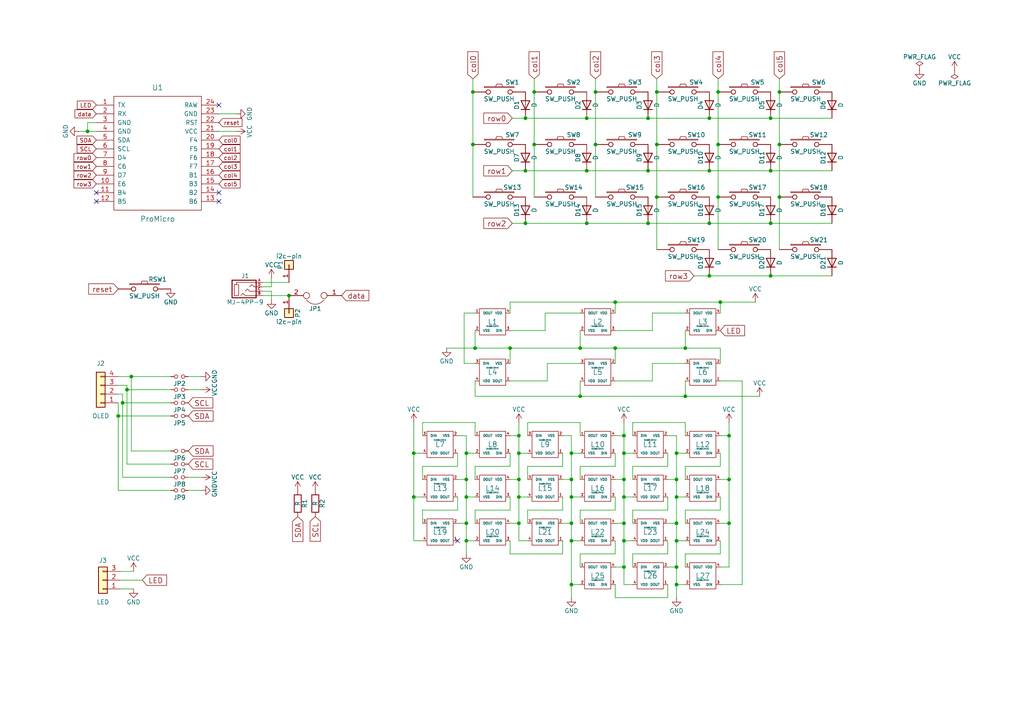
<source format=kicad_sch>
(kicad_sch (version 20211123) (generator eeschema)
  (paper "A4")
  (title_block (title "Corne Classic") (date "2018-08-24") (rev "2.0") (company "foostan"))
  (junction (at 223.52 49.53))
  (junction (at 226.06 41.91))
  (junction (at 165.735 144.145))
  (junction (at 137.795 100.965))
  (junction (at 196.215 131.445))
  (junction (at 35.56 116.84))
  (junction (at 190.5 41.91))
  (junction (at 208.28 26.67))
  (junction (at 196.215 164.465))
  (junction (at 170.18 49.53))
  (junction (at 205.74 34.29))
  (junction (at 154.94 41.91))
  (junction (at 154.94 26.67))
  (junction (at 36.83 113.03))
  (junction (at 205.74 80.01))
  (junction (at 165.735 156.845))
  (junction (at 223.52 64.77))
  (junction (at 25.4 38.1))
  (junction (at 147.955 100.965))
  (junction (at 226.06 57.15))
  (junction (at 211.455 126.365))
  (junction (at 190.5 26.67))
  (junction (at 208.28 41.91))
  (junction (at 34.29 120.65))
  (junction (at 196.215 169.545))
  (junction (at 187.96 64.77))
  (junction (at 150.495 131.445))
  (junction (at 223.52 34.29))
  (junction (at 165.735 151.765))
  (junction (at 180.975 144.145))
  (junction (at 135.255 131.445))
  (junction (at 196.215 139.065))
  (junction (at 150.495 139.065))
  (junction (at 83.82 85.725))
  (junction (at 135.255 139.065))
  (junction (at 150.495 151.765))
  (junction (at 187.96 34.29))
  (junction (at 178.435 100.965))
  (junction (at 120.015 144.145))
  (junction (at 152.4 34.29))
  (junction (at 120.015 131.445))
  (junction (at 150.495 126.365))
  (junction (at 152.4 49.53))
  (junction (at 211.455 151.765))
  (junction (at 180.975 131.445))
  (junction (at 180.975 156.845))
  (junction (at 208.915 87.63))
  (junction (at 208.28 57.15))
  (junction (at 180.975 126.365))
  (junction (at 170.18 34.29))
  (junction (at 198.755 100.965))
  (junction (at 187.96 49.53))
  (junction (at 152.4 64.77))
  (junction (at 137.16 41.91))
  (junction (at 196.215 151.765))
  (junction (at 165.735 139.065))
  (junction (at 137.16 26.67))
  (junction (at 168.275 114.935))
  (junction (at 196.215 156.845))
  (junction (at 165.735 131.445))
  (junction (at 180.975 151.765))
  (junction (at 172.72 26.67))
  (junction (at 165.735 169.545))
  (junction (at 178.435 87.63))
  (junction (at 196.215 144.145))
  (junction (at 135.255 151.765))
  (junction (at 211.455 139.065))
  (junction (at 205.74 49.53))
  (junction (at 190.5 57.15))
  (junction (at 135.255 156.845))
  (junction (at 223.52 80.01))
  (junction (at 168.275 100.965))
  (junction (at 172.72 41.91))
  (junction (at 198.755 114.935))
  (junction (at 170.18 64.77))
  (junction (at 180.975 139.065))
  (junction (at 38.1 109.22))
  (junction (at 205.74 64.77))
  (junction (at 180.975 164.465))
  (junction (at 135.255 144.145))
  (junction (at 150.495 144.145))
  (junction (at 226.06 26.67))
  (no_connect (at 27.94 55.88))
  (no_connect (at 27.94 58.42))
  (no_connect (at 63.5 30.48))
  (no_connect (at 132.715 156.845))
  (no_connect (at 63.5 58.42))
  (no_connect (at 63.5 55.88))
  (wire (pts (xy 36.83 113.03) (xy 36.83 134.62)))
  (wire (pts (xy 208.915 90.805) (xy 208.915 87.63)))
  (wire (pts (xy 208.915 147.955) (xy 208.915 144.145)))
  (wire (pts (xy 76.2 84.455) (xy 78.74 84.455)))
  (wire (pts (xy 137.795 114.935) (xy 168.275 114.935)))
  (wire (pts (xy 183.515 139.065) (xy 183.515 135.255)))
  (wire (pts (xy 178.435 147.955) (xy 178.435 144.145)))
  (wire (pts (xy 208.915 100.965) (xy 208.915 105.41)))
  (wire (pts (xy 198.755 156.845) (xy 196.215 156.845)))
  (wire (pts (xy 36.83 111.76) (xy 36.83 113.03)))
  (wire (pts (xy 198.755 100.965) (xy 208.915 100.965)))
  (wire (pts (xy 211.455 122.555) (xy 211.455 126.365)))
  (wire (pts (xy 168.275 139.065) (xy 168.275 135.255)))
  (wire (pts (xy 198.755 164.465) (xy 198.755 160.655)))
  (wire (pts (xy 150.495 151.765) (xy 150.495 156.845)))
  (wire (pts (xy 38.1 109.22) (xy 49.53 109.22)))
  (wire (pts (xy 38.1 109.22) (xy 38.1 130.81)))
  (wire (pts (xy 193.675 151.765) (xy 196.215 151.765)))
  (wire (pts (xy 132.715 147.955) (xy 132.715 144.145)))
  (wire (pts (xy 152.4 64.77) (xy 170.18 64.77)))
  (wire (pts (xy 187.96 64.77) (xy 205.74 64.77)))
  (wire (pts (xy 198.755 131.445) (xy 196.215 131.445)))
  (wire (pts (xy 36.83 134.62) (xy 49.53 134.62)))
  (wire (pts (xy 168.275 100.965) (xy 178.435 100.965)))
  (wire (pts (xy 198.755 90.805) (xy 189.23 90.805)))
  (wire (pts (xy 226.06 57.15) (xy 226.06 72.39)))
  (wire (pts (xy 168.275 164.465) (xy 168.275 160.655)))
  (wire (pts (xy 158.75 110.49) (xy 158.75 105.41)))
  (wire (pts (xy 147.955 110.49) (xy 158.75 110.49)))
  (wire (pts (xy 137.795 147.955) (xy 147.955 147.955)))
  (wire (pts (xy 196.215 139.065) (xy 196.215 144.145)))
  (wire (pts (xy 180.975 126.365) (xy 180.975 131.445)))
  (wire (pts (xy 180.975 151.765) (xy 180.975 156.845)))
  (wire (pts (xy 122.555 144.145) (xy 120.015 144.145)))
  (wire (pts (xy 168.275 95.885) (xy 168.275 100.965)))
  (wire (pts (xy 134.62 90.805) (xy 134.62 105.41)))
  (wire (pts (xy 147.955 139.065) (xy 150.495 139.065)))
  (wire (pts (xy 168.275 151.765) (xy 168.275 147.955)))
  (wire (pts (xy 196.215 151.765) (xy 196.215 156.845)))
  (wire (pts (xy 208.915 126.365) (xy 211.455 126.365)))
  (wire (pts (xy 178.435 173.355) (xy 178.435 169.545)))
  (wire (pts (xy 154.94 41.91) (xy 154.94 57.15)))
  (wire (pts (xy 196.215 131.445) (xy 196.215 139.065)))
  (wire (pts (xy 35.56 116.84) (xy 35.56 138.43)))
  (wire (pts (xy 34.29 120.65) (xy 34.29 142.24)))
  (wire (pts (xy 54.61 113.03) (xy 58.42 113.03)))
  (wire (pts (xy 168.275 147.955) (xy 178.435 147.955)))
  (wire (pts (xy 135.255 151.765) (xy 135.255 156.845)))
  (wire (pts (xy 211.455 151.765) (xy 211.455 164.465)))
  (wire (pts (xy 187.96 34.29) (xy 205.74 34.29)))
  (wire (pts (xy 198.755 122.555) (xy 183.515 122.555)))
  (wire (pts (xy 147.955 87.63) (xy 178.435 87.63)))
  (wire (pts (xy 38.1 130.81) (xy 49.53 130.81)))
  (wire (pts (xy 168.275 126.365) (xy 168.275 122.555)))
  (wire (pts (xy 153.035 144.145) (xy 150.495 144.145)))
  (wire (pts (xy 54.61 138.43) (xy 58.42 138.43)))
  (wire (pts (xy 137.795 100.965) (xy 147.955 100.965)))
  (wire (pts (xy 168.275 144.145) (xy 165.735 144.145)))
  (wire (pts (xy 120.015 122.555) (xy 120.015 131.445)))
  (wire (pts (xy 190.5 22.86) (xy 190.5 26.67)))
  (wire (pts (xy 178.435 87.63) (xy 208.915 87.63)))
  (wire (pts (xy 134.62 105.41) (xy 137.795 105.41)))
  (wire (pts (xy 150.495 122.555) (xy 150.495 126.365)))
  (wire (pts (xy 137.795 126.365) (xy 137.795 122.555)))
  (wire (pts (xy 172.72 22.86) (xy 172.72 26.67)))
  (wire (pts (xy 178.435 126.365) (xy 180.975 126.365)))
  (wire (pts (xy 147.955 126.365) (xy 150.495 126.365)))
  (wire (pts (xy 120.015 144.145) (xy 120.015 156.845)))
  (wire (pts (xy 135.255 144.145) (xy 135.255 151.765)))
  (wire (pts (xy 183.515 151.765) (xy 183.515 147.955)))
  (wire (pts (xy 198.755 95.885) (xy 198.755 100.965)))
  (wire (pts (xy 208.915 151.765) (xy 211.455 151.765)))
  (wire (pts (xy 196.215 126.365) (xy 196.215 131.445)))
  (wire (pts (xy 198.755 151.765) (xy 198.755 147.955)))
  (wire (pts (xy 168.275 110.49) (xy 168.275 114.935)))
  (wire (pts (xy 215.265 110.49) (xy 215.265 169.545)))
  (wire (pts (xy 190.5 41.91) (xy 190.5 57.15)))
  (wire (pts (xy 223.52 64.77) (xy 241.3 64.77)))
  (wire (pts (xy 223.52 80.01) (xy 241.3 80.01)))
  (wire (pts (xy 193.675 139.065) (xy 196.215 139.065)))
  (wire (pts (xy 170.18 64.77) (xy 187.96 64.77)))
  (wire (pts (xy 165.735 169.545) (xy 165.735 173.355)))
  (wire (pts (xy 150.495 126.365) (xy 150.495 131.445)))
  (wire (pts (xy 137.795 122.555) (xy 122.555 122.555)))
  (wire (pts (xy 168.275 90.805) (xy 158.115 90.805)))
  (wire (pts (xy 135.255 139.065) (xy 135.255 144.145)))
  (wire (pts (xy 49.53 120.65) (xy 34.29 120.65)))
  (wire (pts (xy 178.435 105.41) (xy 178.435 100.965)))
  (wire (pts (xy 122.555 135.255) (xy 132.715 135.255)))
  (wire (pts (xy 193.675 173.355) (xy 178.435 173.355)))
  (wire (pts (xy 190.5 26.67) (xy 190.5 41.91)))
  (wire (pts (xy 163.195 156.845) (xy 163.195 160.655)))
  (wire (pts (xy 137.795 139.065) (xy 137.795 135.255)))
  (wire (pts (xy 180.975 156.845) (xy 180.975 164.465)))
  (wire (pts (xy 76.2 81.915) (xy 83.82 81.915)))
  (wire (pts (xy 148.59 34.29) (xy 152.4 34.29)))
  (wire (pts (xy 34.29 111.76) (xy 36.83 111.76)))
  (wire (pts (xy 122.555 131.445) (xy 120.015 131.445)))
  (wire (pts (xy 147.955 90.805) (xy 147.955 87.63)))
  (wire (pts (xy 158.115 90.805) (xy 158.115 95.885)))
  (wire (pts (xy 196.215 164.465) (xy 196.215 169.545)))
  (wire (pts (xy 63.5 38.1) (xy 68.58 38.1)))
  (wire (pts (xy 49.53 113.03) (xy 36.83 113.03)))
  (wire (pts (xy 223.52 49.53) (xy 241.3 49.53)))
  (wire (pts (xy 154.94 26.67) (xy 154.94 41.91)))
  (wire (pts (xy 163.195 147.955) (xy 163.195 144.145)))
  (wire (pts (xy 34.29 142.24) (xy 49.53 142.24)))
  (wire (pts (xy 34.925 168.275) (xy 41.275 168.275)))
  (wire (pts (xy 34.29 116.84) (xy 34.29 120.65)))
  (wire (pts (xy 34.925 170.815) (xy 38.735 170.815)))
  (wire (pts (xy 198.755 160.655) (xy 208.915 160.655)))
  (wire (pts (xy 196.215 169.545) (xy 196.215 173.355)))
  (wire (pts (xy 172.72 26.67) (xy 172.72 41.91)))
  (wire (pts (xy 208.915 139.065) (xy 211.455 139.065)))
  (wire (pts (xy 137.795 135.255) (xy 147.955 135.255)))
  (wire (pts (xy 147.955 135.255) (xy 147.955 131.445)))
  (wire (pts (xy 165.735 144.145) (xy 165.735 151.765)))
  (wire (pts (xy 183.515 164.465) (xy 183.515 160.655)))
  (wire (pts (xy 193.675 160.655) (xy 193.675 156.845)))
  (wire (pts (xy 198.755 139.065) (xy 198.755 135.255)))
  (wire (pts (xy 129.54 100.965) (xy 137.795 100.965)))
  (wire (pts (xy 137.795 151.765) (xy 137.795 147.955)))
  (wire (pts (xy 208.915 87.63) (xy 219.075 87.63)))
  (wire (pts (xy 183.515 147.955) (xy 193.675 147.955)))
  (wire (pts (xy 208.28 57.15) (xy 208.28 72.39)))
  (wire (pts (xy 137.16 41.91) (xy 137.16 57.15)))
  (wire (pts (xy 27.94 35.56) (xy 25.4 35.56)))
  (wire (pts (xy 76.2 85.725) (xy 83.82 85.725)))
  (wire (pts (xy 63.5 33.02) (xy 68.58 33.02)))
  (wire (pts (xy 137.795 156.845) (xy 135.255 156.845)))
  (wire (pts (xy 180.975 156.845) (xy 183.515 156.845)))
  (wire (pts (xy 153.035 139.065) (xy 153.035 135.255)))
  (wire (pts (xy 150.495 156.845) (xy 153.035 156.845)))
  (wire (pts (xy 163.195 135.255) (xy 163.195 131.445)))
  (wire (pts (xy 193.675 147.955) (xy 193.675 144.145)))
  (wire (pts (xy 183.515 135.255) (xy 193.675 135.255)))
  (wire (pts (xy 35.56 138.43) (xy 49.53 138.43)))
  (wire (pts (xy 180.975 139.065) (xy 180.975 144.145)))
  (wire (pts (xy 189.23 90.805) (xy 189.23 95.885)))
  (wire (pts (xy 153.035 122.555) (xy 153.035 126.365)))
  (wire (pts (xy 193.675 135.255) (xy 193.675 131.445)))
  (wire (pts (xy 137.795 110.49) (xy 137.795 114.935)))
  (wire (pts (xy 147.955 105.41) (xy 147.955 100.965)))
  (wire (pts (xy 201.295 80.01) (xy 205.74 80.01)))
  (wire (pts (xy 187.96 49.53) (xy 205.74 49.53)))
  (wire (pts (xy 180.975 169.545) (xy 183.515 169.545)))
  (wire (pts (xy 178.435 164.465) (xy 180.975 164.465)))
  (wire (pts (xy 147.955 151.765) (xy 150.495 151.765)))
  (wire (pts (xy 198.755 114.935) (xy 220.345 114.935)))
  (wire (pts (xy 226.06 26.67) (xy 226.06 41.91)))
  (wire (pts (xy 49.53 116.84) (xy 35.56 116.84)))
  (wire (pts (xy 168.275 114.935) (xy 198.755 114.935)))
  (wire (pts (xy 78.74 84.455) (xy 78.74 86.995)))
  (wire (pts (xy 147.955 147.955) (xy 147.955 144.145)))
  (wire (pts (xy 165.735 156.845) (xy 165.735 169.545)))
  (wire (pts (xy 147.955 156.845) (xy 147.955 160.655)))
  (wire (pts (xy 180.975 131.445) (xy 180.975 139.065)))
  (wire (pts (xy 172.72 41.91) (xy 172.72 57.15)))
  (wire (pts (xy 165.735 139.065) (xy 165.735 144.145)))
  (wire (pts (xy 153.035 147.955) (xy 163.195 147.955)))
  (wire (pts (xy 158.115 95.885) (xy 147.955 95.885)))
  (wire (pts (xy 137.795 131.445) (xy 135.255 131.445)))
  (wire (pts (xy 132.715 139.065) (xy 135.255 139.065)))
  (wire (pts (xy 150.495 144.145) (xy 150.495 151.765)))
  (wire (pts (xy 163.195 126.365) (xy 165.735 126.365)))
  (wire (pts (xy 165.735 151.765) (xy 165.735 156.845)))
  (wire (pts (xy 226.06 41.91) (xy 226.06 57.15)))
  (wire (pts (xy 153.035 135.255) (xy 163.195 135.255)))
  (wire (pts (xy 153.035 131.445) (xy 150.495 131.445)))
  (wire (pts (xy 163.195 151.765) (xy 165.735 151.765)))
  (wire (pts (xy 190.5 57.15) (xy 190.5 72.39)))
  (wire (pts (xy 135.255 156.845) (xy 135.255 160.655)))
  (wire (pts (xy 122.555 122.555) (xy 122.555 126.365)))
  (wire (pts (xy 153.035 151.765) (xy 153.035 147.955)))
  (wire (pts (xy 147.955 100.965) (xy 168.275 100.965)))
  (wire (pts (xy 150.495 139.065) (xy 150.495 144.145)))
  (wire (pts (xy 137.16 22.86) (xy 137.16 26.67)))
  (wire (pts (xy 76.2 83.185) (xy 78.74 83.185)))
  (wire (pts (xy 165.735 131.445) (xy 165.735 139.065)))
  (wire (pts (xy 215.265 169.545) (xy 208.915 169.545)))
  (wire (pts (xy 148.59 49.53) (xy 152.4 49.53)))
  (wire (pts (xy 178.435 135.255) (xy 178.435 131.445)))
  (wire (pts (xy 22.86 38.1) (xy 25.4 38.1)))
  (wire (pts (xy 178.435 100.965) (xy 198.755 100.965)))
  (wire (pts (xy 208.915 110.49) (xy 215.265 110.49)))
  (wire (pts (xy 193.675 126.365) (xy 196.215 126.365)))
  (wire (pts (xy 189.23 105.41) (xy 198.755 105.41)))
  (wire (pts (xy 198.755 126.365) (xy 198.755 122.555)))
  (wire (pts (xy 180.975 164.465) (xy 180.975 169.545)))
  (wire (pts (xy 189.23 95.885) (xy 178.435 95.885)))
  (wire (pts (xy 150.495 131.445) (xy 150.495 139.065)))
  (wire (pts (xy 122.555 139.065) (xy 122.555 135.255)))
  (wire (pts (xy 158.75 105.41) (xy 168.275 105.41)))
  (wire (pts (xy 208.915 135.255) (xy 208.915 131.445)))
  (wire (pts (xy 180.975 122.555) (xy 180.975 126.365)))
  (wire (pts (xy 120.015 156.845) (xy 122.555 156.845)))
  (wire (pts (xy 137.795 144.145) (xy 135.255 144.145)))
  (wire (pts (xy 154.94 22.86) (xy 154.94 26.67)))
  (wire (pts (xy 183.515 122.555) (xy 183.515 126.365)))
  (wire (pts (xy 189.23 110.49) (xy 189.23 105.41)))
  (wire (pts (xy 135.255 126.365) (xy 135.255 131.445)))
  (wire (pts (xy 205.74 80.01) (xy 223.52 80.01)))
  (wire (pts (xy 54.61 109.22) (xy 58.42 109.22)))
  (wire (pts (xy 137.795 95.885) (xy 137.795 100.965)))
  (wire (pts (xy 168.275 131.445) (xy 165.735 131.445)))
  (wire (pts (xy 180.975 131.445) (xy 183.515 131.445)))
  (wire (pts (xy 165.735 126.365) (xy 165.735 131.445)))
  (wire (pts (xy 178.435 90.805) (xy 178.435 87.63)))
  (wire (pts (xy 183.515 160.655) (xy 193.675 160.655)))
  (wire (pts (xy 208.28 41.91) (xy 208.28 57.15)))
  (wire (pts (xy 78.74 83.185) (xy 78.74 80.645)))
  (wire (pts (xy 168.275 160.655) (xy 178.435 160.655)))
  (wire (pts (xy 132.715 126.365) (xy 135.255 126.365)))
  (wire (pts (xy 152.4 34.29) (xy 170.18 34.29)))
  (wire (pts (xy 135.255 131.445) (xy 135.255 139.065)))
  (wire (pts (xy 198.755 135.255) (xy 208.915 135.255)))
  (wire (pts (xy 226.06 22.86) (xy 226.06 26.67)))
  (wire (pts (xy 163.195 139.065) (xy 165.735 139.065)))
  (wire (pts (xy 180.975 144.145) (xy 180.975 151.765)))
  (wire (pts (xy 196.215 144.145) (xy 196.215 151.765)))
  (wire (pts (xy 34.29 114.3) (xy 35.56 114.3)))
  (wire (pts (xy 178.435 139.065) (xy 180.975 139.065)))
  (wire (pts (xy 25.4 35.56) (xy 25.4 38.1)))
  (wire (pts (xy 208.915 160.655) (xy 208.915 156.845)))
  (wire (pts (xy 152.4 49.53) (xy 170.18 49.53)))
  (wire (pts (xy 122.555 147.955) (xy 132.715 147.955)))
  (wire (pts (xy 25.4 38.1) (xy 27.94 38.1)))
  (wire (pts (xy 34.925 165.735) (xy 38.735 165.735)))
  (wire (pts (xy 196.215 156.845) (xy 196.215 164.465)))
  (wire (pts (xy 198.755 147.955) (xy 208.915 147.955)))
  (wire (pts (xy 54.61 142.24) (xy 58.42 142.24)))
  (wire (pts (xy 193.675 169.545) (xy 193.675 173.355)))
  (wire (pts (xy 211.455 139.065) (xy 211.455 151.765)))
  (wire (pts (xy 35.56 114.3) (xy 35.56 116.84)))
  (wire (pts (xy 205.74 34.29) (xy 223.52 34.29)))
  (wire (pts (xy 205.74 49.53) (xy 223.52 49.53)))
  (wire (pts (xy 163.195 160.655) (xy 147.955 160.655)))
  (wire (pts (xy 168.275 135.255) (xy 178.435 135.255)))
  (wire (pts (xy 205.74 64.77) (xy 223.52 64.77)))
  (wire (pts (xy 34.29 109.22) (xy 38.1 109.22)))
  (wire (pts (xy 148.59 64.77) (xy 152.4 64.77)))
  (wire (pts (xy 193.675 164.465) (xy 196.215 164.465)))
  (wire (pts (xy 132.715 135.255) (xy 132.715 131.445)))
  (wire (pts (xy 211.455 126.365) (xy 211.455 139.065)))
  (wire (pts (xy 180.975 144.145) (xy 183.515 144.145)))
  (wire (pts (xy 168.275 122.555) (xy 153.035 122.555)))
  (wire (pts (xy 137.795 90.805) (xy 134.62 90.805)))
  (wire (pts (xy 122.555 151.765) (xy 122.555 147.955)))
  (wire (pts (xy 208.28 26.67) (xy 208.28 41.91)))
  (wire (pts (xy 198.755 144.145) (xy 196.215 144.145)))
  (wire (pts (xy 120.015 131.445) (xy 120.015 144.145)))
  (wire (pts (xy 178.435 160.655) (xy 178.435 156.845)))
  (wire (pts (xy 170.18 49.53) (xy 187.96 49.53)))
  (wire (pts (xy 208.28 22.86) (xy 208.28 26.67)))
  (wire (pts (xy 168.275 169.545) (xy 165.735 169.545)))
  (wire (pts (xy 137.16 26.67) (xy 137.16 41.91)))
  (wire (pts (xy 198.755 110.49) (xy 198.755 114.935)))
  (wire (pts (xy 223.52 34.29) (xy 241.3 34.29)))
  (wire (pts (xy 132.715 151.765) (xy 135.255 151.765)))
  (wire (pts (xy 178.435 151.765) (xy 180.975 151.765)))
  (wire (pts (xy 170.18 34.29) (xy 187.96 34.29)))
  (wire (pts (xy 168.275 156.845) (xy 165.735 156.845)))
  (wire (pts (xy 211.455 164.465) (xy 208.915 164.465)))
  (wire (pts (xy 198.755 169.545) (xy 196.215 169.545)))
  (wire (pts (xy 178.435 110.49) (xy 189.23 110.49)))
  (global_label "LED" (shape input) (at 27.94 30.48 180) (effects (font (size 1.1938 1.1938))) (property "Intersheet References" "${INTERSHEET_REFS}" (effects hide)))
  (global_label "SCL" (shape input) (at 54.61 116.84 0) (effects (font (size 1.524 1.524))) (property "Intersheet References" "${INTERSHEET_REFS}" (effects hide)))
  (global_label "col1" (shape input) (at 63.5 43.18 0) (effects (font (size 1.1938 1.1938))) (property "Intersheet References" "${INTERSHEET_REFS}" (effects hide)))
  (global_label "SDA" (shape input) (at 54.61 130.81 0) (effects (font (size 1.524 1.524))) (property "Intersheet References" "${INTERSHEET_REFS}" (effects hide)))
  (global_label "SDA" (shape input) (at 86.36 149.86 270) (effects (font (size 1.524 1.524))) (property "Intersheet References" "${INTERSHEET_REFS}" (effects hide)))
  (global_label "col0" (shape input) (at 63.5 40.64 0) (effects (font (size 1.1938 1.1938))) (property "Intersheet References" "${INTERSHEET_REFS}" (effects hide)))
  (global_label "col3" (shape input) (at 63.5 48.26 0) (effects (font (size 1.1938 1.1938))) (property "Intersheet References" "${INTERSHEET_REFS}" (effects hide)))
  (global_label "reset" (shape input) (at 34.29 83.82 180) (effects (font (size 1.524 1.524))) (property "Intersheet References" "${INTERSHEET_REFS}" (effects hide)))
  (global_label "row0" (shape input) (at 148.59 34.29 180) (effects (font (size 1.524 1.524))) (property "Intersheet References" "${INTERSHEET_REFS}" (effects hide)))
  (global_label "col4" (shape input) (at 63.5 50.8 0) (effects (font (size 1.1938 1.1938))) (property "Intersheet References" "${INTERSHEET_REFS}" (effects hide)))
  (global_label "LED" (shape input) (at 41.275 168.275 0) (effects (font (size 1.524 1.524))) (property "Intersheet References" "${INTERSHEET_REFS}" (effects hide)))
  (global_label "SDA" (shape input) (at 27.94 40.64 180) (effects (font (size 1.1938 1.1938))) (property "Intersheet References" "${INTERSHEET_REFS}" (effects hide)))
  (global_label "col2" (shape input) (at 63.5 45.72 0) (effects (font (size 1.1938 1.1938))) (property "Intersheet References" "${INTERSHEET_REFS}" (effects hide)))
  (global_label "row3" (shape input) (at 201.295 80.01 180) (effects (font (size 1.524 1.524))) (property "Intersheet References" "${INTERSHEET_REFS}" (effects hide)))
  (global_label "data" (shape input) (at 27.94 33.02 180) (effects (font (size 1.1938 1.1938))) (property "Intersheet References" "${INTERSHEET_REFS}" (effects hide)))
  (global_label "col4" (shape input) (at 208.28 22.86 90) (effects (font (size 1.524 1.524))) (property "Intersheet References" "${INTERSHEET_REFS}" (effects hide)))
  (global_label "col2" (shape input) (at 172.72 22.86 90) (effects (font (size 1.524 1.524))) (property "Intersheet References" "${INTERSHEET_REFS}" (effects hide)))
  (global_label "col0" (shape input) (at 137.16 22.86 90) (effects (font (size 1.524 1.524))) (property "Intersheet References" "${INTERSHEET_REFS}" (effects hide)))
  (global_label "row2" (shape input) (at 148.59 64.77 180) (effects (font (size 1.524 1.524))) (property "Intersheet References" "${INTERSHEET_REFS}" (effects hide)))
  (global_label "row1" (shape input) (at 148.59 49.53 180) (effects (font (size 1.524 1.524))) (property "Intersheet References" "${INTERSHEET_REFS}" (effects hide)))
  (global_label "LED" (shape input) (at 208.915 95.885 0) (effects (font (size 1.524 1.524))) (property "Intersheet References" "${INTERSHEET_REFS}" (effects hide)))
  (global_label "col3" (shape input) (at 190.5 22.86 90) (effects (font (size 1.524 1.524))) (property "Intersheet References" "${INTERSHEET_REFS}" (effects hide)))
  (global_label "row2" (shape input) (at 27.94 50.8 180) (effects (font (size 1.1938 1.1938))) (property "Intersheet References" "${INTERSHEET_REFS}" (effects hide)))
  (global_label "row0" (shape input) (at 27.94 45.72 180) (effects (font (size 1.1938 1.1938))) (property "Intersheet References" "${INTERSHEET_REFS}" (effects hide)))
  (global_label "SCL" (shape input) (at 54.61 134.62 0) (effects (font (size 1.524 1.524))) (property "Intersheet References" "${INTERSHEET_REFS}" (effects hide)))
  (global_label "col5" (shape input) (at 226.06 22.86 90) (effects (font (size 1.524 1.524))) (property "Intersheet References" "${INTERSHEET_REFS}" (effects hide)))
  (global_label "SDA" (shape input) (at 54.61 120.65 0) (effects (font (size 1.524 1.524))) (property "Intersheet References" "${INTERSHEET_REFS}" (effects hide)))
  (global_label "SCL" (shape input) (at 91.44 149.86 270) (effects (font (size 1.524 1.524))) (property "Intersheet References" "${INTERSHEET_REFS}" (effects hide)))
  (global_label "col1" (shape input) (at 154.94 22.86 90) (effects (font (size 1.524 1.524))) (property "Intersheet References" "${INTERSHEET_REFS}" (effects hide)))
  (global_label "col5" (shape input) (at 63.5 53.34 0) (effects (font (size 1.1938 1.1938))) (property "Intersheet References" "${INTERSHEET_REFS}" (effects hide)))
  (global_label "row1" (shape input) (at 27.94 48.26 180) (effects (font (size 1.1938 1.1938))) (property "Intersheet References" "${INTERSHEET_REFS}" (effects hide)))
  (global_label "reset" (shape input) (at 63.5 35.56 0) (effects (font (size 1.1938 1.1938))) (property "Intersheet References" "${INTERSHEET_REFS}" (effects hide)))
  (global_label "row3" (shape input) (at 27.94 53.34 180) (effects (font (size 1.1938 1.1938))) (property "Intersheet References" "${INTERSHEET_REFS}" (effects hide)))
  (global_label "data" (shape input) (at 99.06 85.725 0) (effects (font (size 1.524 1.524))) (property "Intersheet References" "${INTERSHEET_REFS}" (effects hide)))
  (global_label "SCL" (shape input) (at 27.94 43.18 180) (effects (font (size 1.1938 1.1938))) (property "Intersheet References" "${INTERSHEET_REFS}" (effects hide)))
  (symbol (lib_id "corne-classic-rescue:ProMicro-kbd") (at 45.72 49.53 0) (unit 1)
    (property "Reference" "U1" (at 45.72 25.4 0) (effects (font (size 1.524 1.524))))
    (property "Value" "ProMicro" (at 45.72 63.5 0) (effects (font (size 1.524 1.524))))
    (property "Footprint" "kbd:ProMicro_v2" (effects hide))
  )
  (symbol (lib_id "corne-classic-rescue:SW_PUSH-kbd") (at 162.56 26.67 0) (unit 1)
    (property "Reference" "SW2" (at 166.37 23.876 0))
    (property "Value" "SW_PUSH" (at 162.56 28.702 0))
    (property "Footprint" "kbd:MX_ALPS_PG1350_noLed" (effects hide))
  )
  (symbol (lib_id "Device:D") (at 170.18 30.48 90) (unit 1)
    (property "Reference" "D2" (at 167.64 30.48 0))
    (property "Value" "D" (at 172.72 30.48 0))
    (property "Footprint" "kbd:D3_TH_SMD" (effects hide))
  )
  (symbol (lib_id "corne-classic-rescue:SW_PUSH-kbd") (at 180.34 26.67 0) (unit 1)
    (property "Reference" "SW3" (at 184.15 23.876 0))
    (property "Value" "SW_PUSH" (at 180.34 28.702 0))
    (property "Footprint" "kbd:MX_ALPS_PG1350_noLed" (effects hide))
  )
  (symbol (lib_id "Device:D") (at 187.96 30.48 90) (unit 1)
    (property "Reference" "D3" (at 185.42 30.48 0))
    (property "Value" "D" (at 190.5 30.48 0))
    (property "Footprint" "kbd:D3_TH_SMD" (effects hide))
  )
  (symbol (lib_id "corne-classic-rescue:SW_PUSH-kbd") (at 198.12 26.67 0) (unit 1)
    (property "Reference" "SW4" (at 201.93 23.876 0))
    (property "Value" "SW_PUSH" (at 198.12 28.702 0))
    (property "Footprint" "kbd:MX_ALPS_PG1350_noLed" (effects hide))
  )
  (symbol (lib_id "corne-classic-rescue:SW_PUSH-kbd") (at 215.9 26.67 0) (unit 1)
    (property "Reference" "SW5" (at 219.71 23.876 0))
    (property "Value" "SW_PUSH" (at 215.9 28.702 0))
    (property "Footprint" "kbd:MX_ALPS_PG1350_noLed" (effects hide))
  )
  (symbol (lib_id "corne-classic-rescue:SW_PUSH-kbd") (at 233.68 26.67 0) (unit 1)
    (property "Reference" "SW6" (at 237.49 23.876 0))
    (property "Value" "SW_PUSH" (at 233.68 28.702 0))
    (property "Footprint" "kbd:MX_ALPS_PG1350_noLed" (effects hide))
  )
  (symbol (lib_id "Device:D") (at 205.74 30.48 90) (unit 1)
    (property "Reference" "D4" (at 203.2 30.48 0))
    (property "Value" "D" (at 208.28 30.48 0))
    (property "Footprint" "kbd:D3_TH_SMD" (effects hide))
  )
  (symbol (lib_id "Device:D") (at 223.52 30.48 90) (unit 1)
    (property "Reference" "D5" (at 220.98 30.48 0))
    (property "Value" "D" (at 226.06 30.48 0))
    (property "Footprint" "kbd:D3_TH_SMD" (effects hide))
  )
  (symbol (lib_id "Device:D") (at 241.3 30.48 90) (unit 1)
    (property "Reference" "D6" (at 238.76 30.48 0))
    (property "Value" "D" (at 243.84 30.48 0))
    (property "Footprint" "kbd:D3_TH_SMD" (effects hide))
  )
  (symbol (lib_id "corne-classic-rescue:SW_PUSH-kbd") (at 144.78 26.67 0) (unit 1)
    (property "Reference" "SW1" (at 148.59 23.876 0))
    (property "Value" "SW_PUSH" (at 144.78 28.702 0))
    (property "Footprint" "kbd:MX_ALPS_PG1350_noLed" (effects hide))
  )
  (symbol (lib_id "Device:D") (at 152.4 30.48 90) (unit 1)
    (property "Reference" "D1" (at 149.86 30.48 0))
    (property "Value" "D" (at 154.94 30.48 0))
    (property "Footprint" "kbd:D3_TH_SMD" (effects hide))
  )
  (symbol (lib_id "corne-classic-rescue:SW_PUSH-kbd") (at 162.56 41.91 0) (unit 1)
    (property "Reference" "SW8" (at 166.37 39.116 0))
    (property "Value" "SW_PUSH" (at 162.56 43.942 0))
    (property "Footprint" "kbd:MX_ALPS_PG1350_noLed" (effects hide))
  )
  (symbol (lib_id "Device:D") (at 170.18 45.72 90) (unit 1)
    (property "Reference" "D8" (at 167.64 45.72 0))
    (property "Value" "D" (at 172.72 45.72 0))
    (property "Footprint" "kbd:D3_TH_SMD" (effects hide))
  )
  (symbol (lib_id "corne-classic-rescue:SW_PUSH-kbd") (at 180.34 41.91 0) (unit 1)
    (property "Reference" "SW9" (at 184.15 39.116 0))
    (property "Value" "SW_PUSH" (at 180.34 43.942 0))
    (property "Footprint" "kbd:MX_ALPS_PG1350_noLed" (effects hide))
  )
  (symbol (lib_id "Device:D") (at 187.96 45.72 90) (unit 1)
    (property "Reference" "D9" (at 185.42 45.72 0))
    (property "Value" "D" (at 190.5 45.72 0))
    (property "Footprint" "kbd:D3_TH_SMD" (effects hide))
  )
  (symbol (lib_id "corne-classic-rescue:SW_PUSH-kbd") (at 198.12 41.91 0) (unit 1)
    (property "Reference" "SW10" (at 201.93 39.116 0))
    (property "Value" "SW_PUSH" (at 198.12 43.942 0))
    (property "Footprint" "kbd:MX_ALPS_PG1350_noLed" (effects hide))
  )
  (symbol (lib_id "corne-classic-rescue:SW_PUSH-kbd") (at 215.9 41.91 0) (unit 1)
    (property "Reference" "SW11" (at 219.71 39.116 0))
    (property "Value" "SW_PUSH" (at 215.9 43.942 0))
    (property "Footprint" "kbd:MX_ALPS_PG1350_noLed" (effects hide))
  )
  (symbol (lib_id "corne-classic-rescue:SW_PUSH-kbd") (at 233.68 41.91 0) (unit 1)
    (property "Reference" "SW12" (at 237.49 39.116 0))
    (property "Value" "SW_PUSH" (at 233.68 43.942 0))
    (property "Footprint" "kbd:MX_ALPS_PG1350_noLed" (effects hide))
  )
  (symbol (lib_id "Device:D") (at 205.74 45.72 90) (unit 1)
    (property "Reference" "D10" (at 203.2 45.72 0))
    (property "Value" "D" (at 208.28 45.72 0))
    (property "Footprint" "kbd:D3_TH_SMD" (effects hide))
  )
  (symbol (lib_id "Device:D") (at 223.52 45.72 90) (unit 1)
    (property "Reference" "D11" (at 220.98 45.72 0))
    (property "Value" "D" (at 226.06 45.72 0))
    (property "Footprint" "kbd:D3_TH_SMD" (effects hide))
  )
  (symbol (lib_id "Device:D") (at 241.3 45.72 90) (unit 1)
    (property "Reference" "D12" (at 238.76 45.72 0))
    (property "Value" "D" (at 243.84 45.72 0))
    (property "Footprint" "kbd:D3_TH_SMD" (effects hide))
  )
  (symbol (lib_id "corne-classic-rescue:SW_PUSH-kbd") (at 144.78 41.91 0) (unit 1)
    (property "Reference" "SW7" (at 148.59 39.116 0))
    (property "Value" "SW_PUSH" (at 144.78 43.942 0))
    (property "Footprint" "kbd:MX_ALPS_PG1350_noLed" (effects hide))
  )
  (symbol (lib_id "Device:D") (at 152.4 45.72 90) (unit 1)
    (property "Reference" "D7" (at 149.86 45.72 0))
    (property "Value" "D" (at 154.94 45.72 0))
    (property "Footprint" "kbd:D3_TH_SMD" (effects hide))
  )
  (symbol (lib_id "corne-classic-rescue:SW_PUSH-kbd") (at 162.56 57.15 0) (unit 1)
    (property "Reference" "SW14" (at 166.37 54.356 0))
    (property "Value" "SW_PUSH" (at 162.56 59.182 0))
    (property "Footprint" "kbd:MX_ALPS_PG1350_noLed" (effects hide))
  )
  (symbol (lib_id "Device:D") (at 170.18 60.96 90) (unit 1)
    (property "Reference" "D14" (at 167.64 60.96 0))
    (property "Value" "D" (at 172.72 60.96 0))
    (property "Footprint" "kbd:D3_TH_SMD" (effects hide))
  )
  (symbol (lib_id "corne-classic-rescue:SW_PUSH-kbd") (at 180.34 57.15 0) (unit 1)
    (property "Reference" "SW15" (at 184.15 54.356 0))
    (property "Value" "SW_PUSH" (at 180.34 59.182 0))
    (property "Footprint" "kbd:MX_ALPS_PG1350_noLed" (effects hide))
  )
  (symbol (lib_id "Device:D") (at 187.96 60.96 90) (unit 1)
    (property "Reference" "D15" (at 185.42 60.96 0))
    (property "Value" "D" (at 190.5 60.96 0))
    (property "Footprint" "kbd:D3_TH_SMD" (effects hide))
  )
  (symbol (lib_id "corne-classic-rescue:SW_PUSH-kbd") (at 198.12 57.15 0) (unit 1)
    (property "Reference" "SW16" (at 201.93 54.356 0))
    (property "Value" "SW_PUSH" (at 198.12 59.182 0))
    (property "Footprint" "kbd:MX_ALPS_PG1350_noLed" (effects hide))
  )
  (symbol (lib_id "corne-classic-rescue:SW_PUSH-kbd") (at 215.9 57.15 0) (unit 1)
    (property "Reference" "SW17" (at 219.71 54.356 0))
    (property "Value" "SW_PUSH" (at 215.9 59.182 0))
    (property "Footprint" "kbd:MX_ALPS_PG1350_noLed" (effects hide))
  )
  (symbol (lib_id "corne-classic-rescue:SW_PUSH-kbd") (at 233.68 57.15 0) (unit 1)
    (property "Reference" "SW18" (at 237.49 54.356 0))
    (property "Value" "SW_PUSH" (at 233.68 59.182 0))
    (property "Footprint" "kbd:MX_ALPS_PG1350_noLed" (effects hide))
  )
  (symbol (lib_id "Device:D") (at 205.74 60.96 90) (unit 1)
    (property "Reference" "D16" (at 203.2 60.96 0))
    (property "Value" "D" (at 208.28 60.96 0))
    (property "Footprint" "kbd:D3_TH_SMD" (effects hide))
  )
  (symbol (lib_id "Device:D") (at 223.52 60.96 90) (unit 1)
    (property "Reference" "D17" (at 220.98 60.96 0))
    (property "Value" "D" (at 226.06 60.96 0))
    (property "Footprint" "kbd:D3_TH_SMD" (effects hide))
  )
  (symbol (lib_id "Device:D") (at 241.3 60.96 90) (unit 1)
    (property "Reference" "D18" (at 238.76 60.96 0))
    (property "Value" "D" (at 243.84 60.96 0))
    (property "Footprint" "kbd:D3_TH_SMD" (effects hide))
  )
  (symbol (lib_id "corne-classic-rescue:SW_PUSH-kbd") (at 144.78 57.15 0) (unit 1)
    (property "Reference" "SW13" (at 148.59 54.356 0))
    (property "Value" "SW_PUSH" (at 144.78 59.182 0))
    (property "Footprint" "kbd:MX_ALPS_PG1350_noLed" (effects hide))
  )
  (symbol (lib_id "Device:D") (at 152.4 60.96 90) (unit 1)
    (property "Reference" "D13" (at 149.86 60.96 0))
    (property "Value" "D" (at 154.94 60.96 0))
    (property "Footprint" "kbd:D3_TH_SMD" (effects hide))
  )
  (symbol (lib_id "corne-classic-rescue:SW_PUSH-kbd") (at 215.9 72.39 0) (unit 1)
    (property "Reference" "SW20" (at 219.71 69.596 0))
    (property "Value" "SW_PUSH" (at 215.9 74.422 0))
    (property "Footprint" "kbd:MX_ALPS_PG1350_noLed" (effects hide))
  )
  (symbol (lib_id "Device:D") (at 223.52 76.2 90) (unit 1)
    (property "Reference" "D20" (at 220.98 76.2 0))
    (property "Value" "D" (at 226.06 76.2 0))
    (property "Footprint" "kbd:D3_TH_SMD" (effects hide))
  )
  (symbol (lib_id "corne-classic-rescue:SW_PUSH-kbd") (at 233.68 72.39 0) (unit 1)
    (property "Reference" "SW21" (at 237.49 69.596 0))
    (property "Value" "SW_PUSH" (at 233.68 74.422 0))
    (property "Footprint" "kbd:MX_ALPS_PG1350_noLed_1.75u" (effects hide))
  )
  (symbol (lib_id "Device:D") (at 241.3 76.2 90) (unit 1)
    (property "Reference" "D21" (at 238.76 76.2 0))
    (property "Value" "D" (at 243.84 76.2 0))
    (property "Footprint" "kbd:D3_TH_SMD" (effects hide))
  )
  (symbol (lib_id "corne-classic-rescue:SW_PUSH-kbd") (at 198.12 72.39 0) (unit 1)
    (property "Reference" "SW19" (at 201.93 69.596 0))
    (property "Value" "SW_PUSH" (at 198.12 74.422 0))
    (property "Footprint" "kbd:MX_ALPS_PG1350_noLed" (effects hide))
  )
  (symbol (lib_id "Device:D") (at 205.74 76.2 90) (unit 1)
    (property "Reference" "D19" (at 203.2 76.2 0))
    (property "Value" "D" (at 208.28 76.2 0))
    (property "Footprint" "kbd:D3_TH_SMD" (effects hide))
  )
  (symbol (lib_id "power:GND") (at 68.58 33.02 90) (unit 1)
    (property "Reference" "#PWR03" (effects hide))
    (property "Value" "GND" (at 72.39 33.02 0))
  )
  (symbol (lib_id "power:VCC") (at 68.58 38.1 270) (unit 1)
    (property "Reference" "#PWR05" (effects hide))
    (property "Value" "VCC" (at 72.39 38.1 0))
  )
  (symbol (lib_id "power:GND") (at 22.86 38.1 270) (unit 1)
    (property "Reference" "#PWR04" (effects hide))
    (property "Value" "GND" (at 19.05 38.1 0))
  )
  (symbol (lib_id "power:GND") (at 266.7 20.32 0) (unit 1)
    (property "Reference" "#PWR01" (effects hide))
    (property "Value" "GND" (at 266.7 24.13 0))
  )
  (symbol (lib_id "power:VCC") (at 276.86 20.32 0) (unit 1)
    (property "Reference" "#PWR02" (effects hide))
    (property "Value" "VCC" (at 276.86 16.51 0))
  )
  (symbol (lib_id "power:PWR_FLAG") (at 276.86 20.32 180) (unit 1)
    (property "Reference" "#FLG02" (effects hide))
    (property "Value" "PWR_FLAG" (at 276.86 24.13 0))
  )
  (symbol (lib_id "power:PWR_FLAG") (at 266.7 20.32 0) (unit 1)
    (property "Reference" "#FLG01" (effects hide))
    (property "Value" "PWR_FLAG" (at 266.7 16.51 0))
  )
  (symbol (lib_id "corne-classic-rescue:SW_PUSH-kbd") (at 41.91 83.82 0) (unit 1)
    (property "Reference" "RSW1" (at 45.72 81.026 0))
    (property "Value" "SW_PUSH" (at 41.91 85.852 0))
    (property "Footprint" "kbd:ResetSW" (effects hide))
  )
  (symbol (lib_id "power:GND") (at 49.53 83.82 0) (unit 1)
    (property "Reference" "#PWR07" (effects hide))
    (property "Value" "GND" (at 49.53 87.63 0))
  )
  (symbol (lib_id "corne-classic-rescue:Jumper-Device") (at 91.44 85.725 180) (unit 1)
    (property "Reference" "JP1" (at 91.44 89.535 0))
    (property "Value" " " (at 91.44 83.693 0))
    (property "Footprint" "kbd:JP" (effects hide))
  )
  (symbol (lib_id "power:VCC") (at 78.74 80.645 0) (unit 1)
    (property "Reference" "#PWR06" (effects hide))
    (property "Value" "VCC" (at 78.74 76.835 0))
  )
  (symbol (lib_id "power:GND") (at 78.74 86.995 0) (unit 1)
    (property "Reference" "#PWR08" (effects hide))
    (property "Value" "GND" (at 78.74 90.805 0))
  )
  (symbol (lib_id "corne-classic-rescue:SK6812MINI-kbd") (at 142.875 128.905 0) (unit 1)
    (property "Reference" "L8" (at 142.875 128.905 0) (effects (font (size 1.4986 1.4986))))
    (property "Value" "SK6812MINI" (at 142.875 130.175 0) (effects (font (size 0.4064 0.4064))))
    (property "Footprint" "kbd:SK6812MINI_rev" (effects hide))
  )
  (symbol (lib_id "corne-classic-rescue:SK6812MINI-kbd") (at 158.115 128.905 180) (unit 1)
    (property "Reference" "L9" (at 158.115 128.905 0) (effects (font (size 1.4986 1.4986))))
    (property "Value" "SK6812MINI" (at 158.115 127.635 0) (effects (font (size 0.4064 0.4064))))
    (property "Footprint" "kbd:SK6812MINI_rev" (effects hide))
  )
  (symbol (lib_id "corne-classic-rescue:SK6812MINI-kbd") (at 173.355 128.905 0) (unit 1)
    (property "Reference" "L10" (at 173.355 128.905 0) (effects (font (size 1.4986 1.4986))))
    (property "Value" "SK6812MINI" (at 173.355 130.175 0) (effects (font (size 0.4064 0.4064))))
    (property "Footprint" "kbd:SK6812MINI_rev" (effects hide))
  )
  (symbol (lib_id "corne-classic-rescue:SK6812MINI-kbd") (at 188.595 128.905 180) (unit 1)
    (property "Reference" "L11" (at 188.595 128.905 0) (effects (font (size 1.4986 1.4986))))
    (property "Value" "SK6812MINI" (at 188.595 127.635 0) (effects (font (size 0.4064 0.4064))))
    (property "Footprint" "kbd:SK6812MINI_rev" (effects hide))
  )
  (symbol (lib_id "corne-classic-rescue:SK6812MINI-kbd") (at 203.835 128.905 0) (unit 1)
    (property "Reference" "L12" (at 203.835 128.905 0) (effects (font (size 1.4986 1.4986))))
    (property "Value" "SK6812MINI" (at 203.835 130.175 0) (effects (font (size 0.4064 0.4064))))
    (property "Footprint" "kbd:SK6812MINI_rev" (effects hide))
  )
  (symbol (lib_id "corne-classic-rescue:SK6812MINI-kbd") (at 127.635 128.905 180) (unit 1)
    (property "Reference" "L7" (at 127.635 128.905 0) (effects (font (size 1.4986 1.4986))))
    (property "Value" "SK6812MINI" (at 127.635 127.635 0) (effects (font (size 0.4064 0.4064))))
    (property "Footprint" "kbd:SK6812MINI_rev" (effects hide))
  )
  (symbol (lib_id "corne-classic-rescue:SK6812MINI-kbd") (at 142.875 141.605 0) (unit 1)
    (property "Reference" "L14" (at 142.875 141.605 0) (effects (font (size 1.4986 1.4986))))
    (property "Value" "SK6812MINI" (at 142.875 142.875 0) (effects (font (size 0.4064 0.4064))))
    (property "Footprint" "kbd:SK6812MINI_rev" (effects hide))
  )
  (symbol (lib_id "corne-classic-rescue:SK6812MINI-kbd") (at 158.115 141.605 180) (unit 1)
    (property "Reference" "L15" (at 158.115 141.605 0) (effects (font (size 1.4986 1.4986))))
    (property "Value" "SK6812MINI" (at 158.115 140.335 0) (effects (font (size 0.4064 0.4064))))
    (property "Footprint" "kbd:SK6812MINI_rev" (effects hide))
  )
  (symbol (lib_id "corne-classic-rescue:SK6812MINI-kbd") (at 173.355 141.605 0) (unit 1)
    (property "Reference" "L16" (at 173.355 141.605 0) (effects (font (size 1.4986 1.4986))))
    (property "Value" "SK6812MINI" (at 173.355 142.875 0) (effects (font (size 0.4064 0.4064))))
    (property "Footprint" "kbd:SK6812MINI_rev" (effects hide))
  )
  (symbol (lib_id "corne-classic-rescue:SK6812MINI-kbd") (at 188.595 141.605 180) (unit 1)
    (property "Reference" "L17" (at 188.595 141.605 0) (effects (font (size 1.4986 1.4986))))
    (property "Value" "SK6812MINI" (at 188.595 140.335 0) (effects (font (size 0.4064 0.4064))))
    (property "Footprint" "kbd:SK6812MINI_rev" (effects hide))
  )
  (symbol (lib_id "corne-classic-rescue:SK6812MINI-kbd") (at 203.835 141.605 0) (unit 1)
    (property "Reference" "L18" (at 203.835 141.605 0) (effects (font (size 1.4986 1.4986))))
    (property "Value" "SK6812MINI" (at 203.835 142.875 0) (effects (font (size 0.4064 0.4064))))
    (property "Footprint" "kbd:SK6812MINI_rev" (effects hide))
  )
  (symbol (lib_id "corne-classic-rescue:SK6812MINI-kbd") (at 127.635 141.605 180) (unit 1)
    (property "Reference" "L13" (at 127.635 141.605 0) (effects (font (size 1.4986 1.4986))))
    (property "Value" "SK6812MINI" (at 127.635 140.335 0) (effects (font (size 0.4064 0.4064))))
    (property "Footprint" "kbd:SK6812MINI_rev" (effects hide))
  )
  (symbol (lib_id "corne-classic-rescue:SK6812MINI-kbd") (at 142.875 154.305 0) (unit 1)
    (property "Reference" "L20" (at 142.875 154.305 0) (effects (font (size 1.4986 1.4986))))
    (property "Value" "SK6812MINI" (at 142.875 155.575 0) (effects (font (size 0.4064 0.4064))))
    (property "Footprint" "kbd:SK6812MINI_rev" (effects hide))
  )
  (symbol (lib_id "corne-classic-rescue:SK6812MINI-kbd") (at 158.115 154.305 180) (unit 1)
    (property "Reference" "L21" (at 158.115 154.305 0) (effects (font (size 1.4986 1.4986))))
    (property "Value" "SK6812MINI" (at 158.115 153.035 0) (effects (font (size 0.4064 0.4064))))
    (property "Footprint" "kbd:SK6812MINI_rev" (effects hide))
  )
  (symbol (lib_id "corne-classic-rescue:SK6812MINI-kbd") (at 173.355 154.305 0) (unit 1)
    (property "Reference" "L22" (at 173.355 154.305 0) (effects (font (size 1.4986 1.4986))))
    (property "Value" "SK6812MINI" (at 173.355 155.575 0) (effects (font (size 0.4064 0.4064))))
    (property "Footprint" "kbd:SK6812MINI_rev" (effects hide))
  )
  (symbol (lib_id "corne-classic-rescue:SK6812MINI-kbd") (at 188.595 154.305 180) (unit 1)
    (property "Reference" "L23" (at 188.595 154.305 0) (effects (font (size 1.4986 1.4986))))
    (property "Value" "SK6812MINI" (at 188.595 153.035 0) (effects (font (size 0.4064 0.4064))))
    (property "Footprint" "kbd:SK6812MINI_rev" (effects hide))
  )
  (symbol (lib_id "corne-classic-rescue:SK6812MINI-kbd") (at 203.835 154.305 0) (unit 1)
    (property "Reference" "L24" (at 203.835 154.305 0) (effects (font (size 1.4986 1.4986))))
    (property "Value" "SK6812MINI" (at 203.835 155.575 0) (effects (font (size 0.4064 0.4064))))
    (property "Footprint" "kbd:SK6812MINI_rev" (effects hide))
  )
  (symbol (lib_id "corne-classic-rescue:SK6812MINI-kbd") (at 127.635 154.305 180) (unit 1)
    (property "Reference" "L19" (at 127.635 154.305 0) (effects (font (size 1.4986 1.4986))))
    (property "Value" "SK6812MINI" (at 127.635 153.035 0) (effects (font (size 0.4064 0.4064))))
    (property "Footprint" "kbd:SK6812MINI_rev" (effects hide))
  )
  (symbol (lib_id "corne-classic-rescue:SK6812MINI-kbd") (at 188.595 167.005 180) (unit 1)
    (property "Reference" "L26" (at 188.595 167.005 0) (effects (font (size 1.4986 1.4986))))
    (property "Value" "SK6812MINI" (at 188.595 165.735 0) (effects (font (size 0.4064 0.4064))))
    (property "Footprint" "kbd:SK6812MINI_rev" (effects hide))
  )
  (symbol (lib_id "corne-classic-rescue:SK6812MINI-kbd") (at 203.835 167.005 0) (unit 1)
    (property "Reference" "L27" (at 203.835 167.005 0) (effects (font (size 1.4986 1.4986))))
    (property "Value" "SK6812MINI" (at 203.835 168.275 0) (effects (font (size 0.4064 0.4064))))
    (property "Footprint" "kbd:SK6812MINI_rev" (effects hide))
  )
  (symbol (lib_id "corne-classic-rescue:SK6812MINI-kbd") (at 173.355 167.005 0) (unit 1)
    (property "Reference" "L25" (at 173.355 167.005 0) (effects (font (size 1.4986 1.4986))))
    (property "Value" "SK6812MINI" (at 173.355 168.275 0) (effects (font (size 0.4064 0.4064))))
    (property "Footprint" "kbd:SK6812MINI_rev" (effects hide))
  )
  (symbol (lib_id "Connector_Generic:Conn_01x04") (at 29.21 114.3 180) (unit 1)
    (property "Reference" "J2" (at 29.21 105.41 0))
    (property "Value" "OLED" (at 29.21 120.65 0))
    (property "Footprint" "kbd:OLED" (effects hide))
  )
  (symbol (lib_id "corne-classic-rescue:Jumper_NO_Small-Device") (at 52.07 109.22 180) (unit 1)
    (property "Reference" "JP2" (at 52.07 111.252 0))
    (property "Value" " " (at 51.816 107.696 0))
    (property "Footprint" "kbd:Jumper" (effects hide))
  )
  (symbol (lib_id "corne-classic-rescue:Jumper_NO_Small-Device") (at 52.07 113.03 180) (unit 1)
    (property "Reference" "JP3" (at 52.07 115.062 0))
    (property "Value" " " (at 51.816 111.506 0))
    (property "Footprint" "kbd:Jumper" (effects hide))
  )
  (symbol (lib_id "corne-classic-rescue:Jumper_NO_Small-Device") (at 52.07 116.84 180) (unit 1)
    (property "Reference" "JP4" (at 52.07 118.872 0))
    (property "Value" " " (at 51.816 115.316 0))
    (property "Footprint" "kbd:Jumper" (effects hide))
  )
  (symbol (lib_id "corne-classic-rescue:Jumper_NO_Small-Device") (at 52.07 120.65 180) (unit 1)
    (property "Reference" "JP5" (at 52.07 122.682 0))
    (property "Value" " " (at 51.816 119.126 0))
    (property "Footprint" "kbd:Jumper" (effects hide))
  )
  (symbol (lib_id "corne-classic-rescue:Jumper_NO_Small-Device") (at 52.07 130.81 180) (unit 1)
    (property "Reference" "JP6" (at 52.07 132.842 0))
    (property "Value" " " (at 51.816 129.286 0))
    (property "Footprint" "kbd:Jumper" (effects hide))
  )
  (symbol (lib_id "corne-classic-rescue:Jumper_NO_Small-Device") (at 52.07 134.62 180) (unit 1)
    (property "Reference" "JP7" (at 52.07 136.652 0))
    (property "Value" " " (at 51.816 133.096 0))
    (property "Footprint" "kbd:Jumper" (effects hide))
  )
  (symbol (lib_id "corne-classic-rescue:Jumper_NO_Small-Device") (at 52.07 138.43 180) (unit 1)
    (property "Reference" "JP8" (at 52.07 140.462 0))
    (property "Value" " " (at 51.816 136.906 0))
    (property "Footprint" "kbd:Jumper" (effects hide))
  )
  (symbol (lib_id "corne-classic-rescue:Jumper_NO_Small-Device") (at 52.07 142.24 180) (unit 1)
    (property "Reference" "JP9" (at 52.07 144.272 0))
    (property "Value" " " (at 51.816 140.716 0))
    (property "Footprint" "kbd:Jumper" (effects hide))
  )
  (symbol (lib_id "power:GND") (at 58.42 109.22 90) (unit 1)
    (property "Reference" "#PWR011" (effects hide))
    (property "Value" "GND" (at 62.23 109.22 0))
  )
  (symbol (lib_id "power:GND") (at 58.42 142.24 90) (unit 1)
    (property "Reference" "#PWR019" (effects hide))
    (property "Value" "GND" (at 62.23 142.24 0))
  )
  (symbol (lib_id "power:VCC") (at 58.42 113.03 270) (unit 1)
    (property "Reference" "#PWR012" (effects hide))
    (property "Value" "VCC" (at 62.23 113.03 0))
  )
  (symbol (lib_id "power:VCC") (at 58.42 138.43 270) (unit 1)
    (property "Reference" "#PWR018" (effects hide))
    (property "Value" "VCC" (at 62.23 138.43 0))
  )
  (symbol (lib_id "power:VCC") (at 211.455 122.555 0) (unit 1)
    (property "Reference" "#PWR017" (effects hide))
    (property "Value" "VCC" (at 211.455 118.745 0))
  )
  (symbol (lib_id "power:VCC") (at 180.975 122.555 0) (unit 1)
    (property "Reference" "#PWR016" (effects hide))
    (property "Value" "VCC" (at 180.975 118.745 0))
  )
  (symbol (lib_id "power:VCC") (at 150.495 122.555 0) (unit 1)
    (property "Reference" "#PWR015" (effects hide))
    (property "Value" "VCC" (at 150.495 118.745 0))
  )
  (symbol (lib_id "power:VCC") (at 120.015 122.555 0) (unit 1)
    (property "Reference" "#PWR014" (effects hide))
    (property "Value" "VCC" (at 120.015 118.745 0))
  )
  (symbol (lib_id "power:GND") (at 196.215 173.355 0) (unit 1)
    (property "Reference" "#PWR026" (effects hide))
    (property "Value" "GND" (at 196.215 177.165 0))
  )
  (symbol (lib_id "power:GND") (at 165.735 173.355 0) (unit 1)
    (property "Reference" "#PWR025" (effects hide))
    (property "Value" "GND" (at 165.735 177.165 0))
  )
  (symbol (lib_id "power:GND") (at 135.255 160.655 0) (unit 1)
    (property "Reference" "#PWR022" (effects hide))
    (property "Value" "GND" (at 135.255 164.465 0))
  )
  (symbol (lib_id "Device:R") (at 86.36 146.05 0) (unit 1)
    (property "Reference" "R1" (at 88.392 146.05 90))
    (property "Value" "R" (at 86.36 146.05 90))
    (property "Footprint" "kbd:R" (effects hide))
  )
  (symbol (lib_id "Device:R") (at 91.44 146.05 0) (unit 1)
    (property "Reference" "R2" (at 93.472 146.05 90))
    (property "Value" "R" (at 91.44 146.05 90))
    (property "Footprint" "kbd:R" (effects hide))
  )
  (symbol (lib_id "power:VCC") (at 86.36 142.24 0) (unit 1)
    (property "Reference" "#PWR020" (effects hide))
    (property "Value" "VCC" (at 86.36 138.43 0))
  )
  (symbol (lib_id "power:VCC") (at 91.44 142.24 0) (unit 1)
    (property "Reference" "#PWR021" (effects hide))
    (property "Value" "VCC" (at 91.44 138.43 0))
  )
  (symbol (lib_id "Connector_Generic:Conn_01x03") (at 29.845 168.275 180) (unit 1)
    (property "Reference" "J3" (at 29.845 162.56 0))
    (property "Value" "LED" (at 29.845 174.625 0))
    (property "Footprint" "kbd:StripLED_rev" (effects hide))
  )
  (symbol (lib_id "power:VCC") (at 38.735 165.735 0) (unit 1)
    (property "Reference" "#PWR023" (effects hide))
    (property "Value" "VCC" (at 38.735 161.925 0))
  )
  (symbol (lib_id "power:GND") (at 38.735 170.815 0) (unit 1)
    (property "Reference" "#PWR024" (effects hide))
    (property "Value" "GND" (at 38.735 174.625 0))
  )
  (symbol (lib_id "corne-classic-rescue:MJ-4PP-9-kbd") (at 71.12 83.82 0) (unit 1)
    (property "Reference" "J1" (at 71.12 80.01 0))
    (property "Value" "MJ-4PP-9" (at 71.12 87.63 0))
    (property "Footprint" "kbd:MJ-4PP-9" (effects hide))
  )
  (symbol (lib_id "Connector_Generic:Conn_01x01") (at 83.82 90.805 270) (unit 1)
    (property "Reference" "P2" (at 86.36 90.805 0))
    (property "Value" "i2c-pin" (at 83.82 93.345 90))
    (property "Footprint" "kbd:1pin_conn" (effects hide))
  )
  (symbol (lib_id "Connector_Generic:Conn_01x01") (at 83.82 76.835 90) (unit 1)
    (property "Reference" "P1" (at 81.28 76.835 0))
    (property "Value" "i2c-pin" (at 83.82 74.295 90))
    (property "Footprint" "kbd:1pin_conn" (effects hide))
  )
  (symbol (lib_id "corne-classic-rescue:SK6812MINI-kbd") (at 203.835 93.345 0) (unit 1)
    (property "Reference" "L3" (at 203.835 93.345 0) (effects (font (size 1.4986 1.4986))))
    (property "Value" "SK6812MINI" (at 203.835 94.615 0) (effects (font (size 0.4064 0.4064))))
    (property "Footprint" "kbd:SK6812MINI_underglow" (effects hide))
  )
  (symbol (lib_id "corne-classic-rescue:SK6812MINI-kbd") (at 173.355 93.345 0) (unit 1)
    (property "Reference" "L2" (at 173.355 93.345 0) (effects (font (size 1.4986 1.4986))))
    (property "Value" "SK6812MINI" (at 173.355 94.615 0) (effects (font (size 0.4064 0.4064))))
    (property "Footprint" "kbd:SK6812MINI_underglow" (effects hide))
  )
  (symbol (lib_id "corne-classic-rescue:SK6812MINI-kbd") (at 142.875 93.345 0) (unit 1)
    (property "Reference" "L1" (at 142.875 93.345 0) (effects (font (size 1.4986 1.4986))))
    (property "Value" "SK6812MINI" (at 142.875 94.615 0) (effects (font (size 0.4064 0.4064))))
    (property "Footprint" "kbd:SK6812MINI_underglow" (effects hide))
  )
  (symbol (lib_id "corne-classic-rescue:SK6812MINI-kbd") (at 203.835 107.95 180) (unit 1)
    (property "Reference" "L6" (at 203.835 107.95 0) (effects (font (size 1.4986 1.4986))))
    (property "Value" "SK6812MINI" (at 203.835 106.68 0) (effects (font (size 0.4064 0.4064))))
    (property "Footprint" "kbd:SK6812MINI_underglow" (effects hide))
  )
  (symbol (lib_id "corne-classic-rescue:SK6812MINI-kbd") (at 173.355 107.95 180) (unit 1)
    (property "Reference" "L5" (at 173.355 107.95 0) (effects (font (size 1.4986 1.4986))))
    (property "Value" "SK6812MINI" (at 173.355 106.68 0) (effects (font (size 0.4064 0.4064))))
    (property "Footprint" "kbd:SK6812MINI_underglow" (effects hide))
  )
  (symbol (lib_id "corne-classic-rescue:SK6812MINI-kbd") (at 142.875 107.95 180) (unit 1)
    (property "Reference" "L4" (at 142.875 107.95 0) (effects (font (size 1.4986 1.4986))))
    (property "Value" "SK6812MINI" (at 142.875 106.68 0) (effects (font (size 0.4064 0.4064))))
    (property "Footprint" "kbd:SK6812MINI_underglow" (effects hide))
  )
  (symbol (lib_id "power:VCC") (at 219.075 87.63 0) (unit 1)
    (property "Reference" "#PWR09" (effects hide))
    (property "Value" "VCC" (at 219.075 83.82 0))
  )
  (symbol (lib_id "power:VCC") (at 220.345 114.935 0) (unit 1)
    (property "Reference" "#PWR013" (effects hide))
    (property "Value" "VCC" (at 220.345 111.125 0))
  )
  (symbol (lib_id "power:GND") (at 129.54 100.965 0) (unit 1)
    (property "Reference" "#PWR010" (effects hide))
    (property "Value" "GND" (at 129.54 104.775 0))
  )
)
</source>
